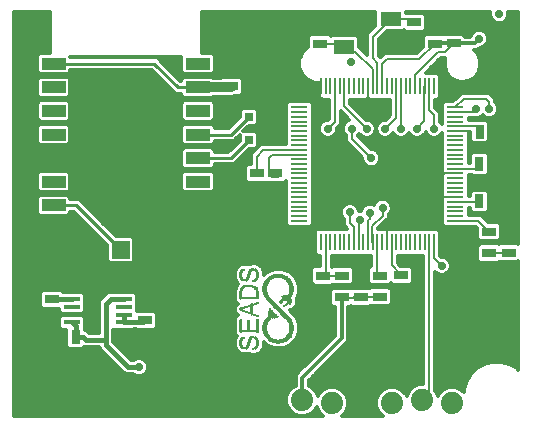
<source format=gtl>
G75*
%MOIN*%
%OFA0B0*%
%FSLAX24Y24*%
%IPPOS*%
%LPD*%
%AMOC8*
5,1,8,0,0,1.08239X$1,22.5*
%
%ADD10R,0.0011X0.0069*%
%ADD11R,0.0011X0.0080*%
%ADD12R,0.0011X0.0218*%
%ADD13R,0.0011X0.0310*%
%ADD14R,0.0011X0.0380*%
%ADD15R,0.0012X0.0425*%
%ADD16R,0.0011X0.0471*%
%ADD17R,0.0011X0.0517*%
%ADD18R,0.0011X0.0092*%
%ADD19R,0.0011X0.0563*%
%ADD20R,0.0011X0.0161*%
%ADD21R,0.0011X0.0586*%
%ADD22R,0.0011X0.0782*%
%ADD23R,0.0012X0.0816*%
%ADD24R,0.0011X0.0655*%
%ADD25R,0.0011X0.0851*%
%ADD26R,0.0011X0.0678*%
%ADD27R,0.0011X0.0862*%
%ADD28R,0.0011X0.0288*%
%ADD29R,0.0011X0.0448*%
%ADD30R,0.0011X0.0241*%
%ADD31R,0.0011X0.0253*%
%ADD32R,0.0011X0.0391*%
%ADD33R,0.0012X0.0230*%
%ADD34R,0.0012X0.0345*%
%ADD35R,0.0011X0.0207*%
%ADD36R,0.0011X0.0207*%
%ADD37R,0.0011X0.0299*%
%ADD38R,0.0011X0.0195*%
%ADD39R,0.0011X0.0184*%
%ADD40R,0.0012X0.0173*%
%ADD41R,0.0012X0.0195*%
%ADD42R,0.0012X0.0322*%
%ADD43R,0.0012X0.0184*%
%ADD44R,0.0011X0.0173*%
%ADD45R,0.0011X0.0230*%
%ADD46R,0.0011X0.0184*%
%ADD47R,0.0011X0.0092*%
%ADD48R,0.0012X0.0161*%
%ADD49R,0.0012X0.0092*%
%ADD50R,0.0011X0.0149*%
%ADD51R,0.0011X0.0150*%
%ADD52R,0.0011X0.0069*%
%ADD53R,0.0011X0.0046*%
%ADD54R,0.0012X0.0149*%
%ADD55R,0.0012X0.0023*%
%ADD56R,0.0012X0.0138*%
%ADD57R,0.0011X0.0138*%
%ADD58R,0.0011X0.0103*%
%ADD59R,0.0011X0.0057*%
%ADD60R,0.0011X0.0035*%
%ADD61R,0.0012X0.0103*%
%ADD62R,0.0012X0.0011*%
%ADD63R,0.0012X0.0127*%
%ADD64R,0.0012X0.0057*%
%ADD65R,0.0011X0.0127*%
%ADD66R,0.0011X0.0011*%
%ADD67R,0.0011X0.0023*%
%ADD68R,0.0012X0.0092*%
%ADD69R,0.0011X0.0115*%
%ADD70R,0.0011X0.0126*%
%ADD71R,0.0012X0.0126*%
%ADD72R,0.0011X0.0265*%
%ADD73R,0.0012X0.0150*%
%ADD74R,0.0012X0.0276*%
%ADD75R,0.0011X0.0322*%
%ADD76R,0.0011X0.0345*%
%ADD77R,0.0011X0.0368*%
%ADD78R,0.0012X0.0368*%
%ADD79R,0.0011X0.0379*%
%ADD80R,0.0012X0.0207*%
%ADD81R,0.0012X0.0207*%
%ADD82R,0.0012X0.0678*%
%ADD83R,0.0011X0.0621*%
%ADD84R,0.0011X0.0552*%
%ADD85R,0.0011X0.0552*%
%ADD86R,0.0012X0.0517*%
%ADD87R,0.0011X0.0425*%
%ADD88R,0.0012X0.0218*%
%ADD89R,0.0011X0.0437*%
%ADD90R,0.0012X0.0437*%
%ADD91R,0.0012X0.0080*%
%ADD92R,0.0012X0.0333*%
%ADD93R,0.0011X0.0356*%
%ADD94R,0.0011X0.0403*%
%ADD95R,0.0012X0.0115*%
%ADD96R,0.0012X0.0069*%
%ADD97R,0.0012X0.0391*%
%ADD98R,0.0011X0.0264*%
%ADD99R,0.0012X0.0288*%
%ADD100R,0.0012X0.0403*%
%ADD101R,0.0011X0.0299*%
%ADD102R,0.0011X0.0276*%
%ADD103R,0.0012X0.0069*%
%ADD104R,0.0011X0.0414*%
%ADD105R,0.0011X0.0333*%
%ADD106R,0.0011X0.0322*%
%ADD107R,0.0090X0.0580*%
%ADD108R,0.0580X0.0090*%
%ADD109R,0.0472X0.0315*%
%ADD110R,0.0315X0.0472*%
%ADD111C,0.0740*%
%ADD112R,0.0709X0.0472*%
%ADD113R,0.0540X0.0180*%
%ADD114R,0.0787X0.0394*%
%ADD115C,0.0120*%
%ADD116C,0.0280*%
%ADD117C,0.0080*%
%ADD118R,0.0591X0.0591*%
%ADD119R,0.0280X0.0280*%
%ADD120C,0.0160*%
%ADD121C,0.0320*%
%ADD122C,0.0100*%
%ADD123C,0.0010*%
D10*
X008873Y003227D03*
X009138Y002859D03*
X010518Y003549D03*
X008965Y004262D03*
X008931Y004250D03*
X008896Y004239D03*
X008827Y004216D03*
X008839Y004124D03*
X009138Y005124D03*
X009172Y005124D03*
D11*
X009161Y005118D03*
X009184Y005130D03*
X009195Y005130D03*
X009138Y004946D03*
X009126Y004946D03*
X009103Y004957D03*
X009080Y004957D03*
X009069Y004957D03*
X009057Y004957D03*
X009046Y004957D03*
X009023Y004957D03*
X009011Y004957D03*
X009000Y004957D03*
X008988Y004957D03*
X008965Y004957D03*
X008954Y004957D03*
X008908Y004946D03*
X008885Y004934D03*
X008885Y005141D03*
X008896Y005141D03*
X008873Y005141D03*
X008850Y005153D03*
X008839Y005153D03*
X008827Y005475D03*
X008850Y005486D03*
X008873Y005486D03*
X008885Y005486D03*
X009126Y005498D03*
X009138Y005498D03*
X009195Y005498D03*
X009218Y005498D03*
X009172Y004934D03*
X009161Y004934D03*
X009195Y004923D03*
X009195Y004555D03*
X009184Y004555D03*
X009172Y004555D03*
X009161Y004555D03*
X009138Y004555D03*
X009126Y004555D03*
X009115Y004555D03*
X009103Y004555D03*
X009080Y004555D03*
X009069Y004555D03*
X009057Y004555D03*
X009046Y004555D03*
X009023Y004555D03*
X009011Y004555D03*
X009000Y004555D03*
X008988Y004555D03*
X008965Y004555D03*
X008954Y004555D03*
X008942Y004555D03*
X008931Y004555D03*
X008908Y004555D03*
X008896Y004555D03*
X008885Y004555D03*
X008873Y004555D03*
X008850Y004555D03*
X008839Y004555D03*
X008827Y004555D03*
X008816Y004555D03*
X008908Y004244D03*
X008885Y004233D03*
X008873Y004233D03*
X008850Y004221D03*
X008839Y004221D03*
X008827Y004129D03*
X008850Y004118D03*
X008873Y004106D03*
X008885Y004106D03*
X008896Y004106D03*
X008908Y004095D03*
X008931Y004095D03*
X008942Y004083D03*
X008954Y004083D03*
X008965Y004083D03*
X008988Y004072D03*
X009000Y004060D03*
X009011Y004060D03*
X009023Y004060D03*
X009046Y004049D03*
X009057Y004049D03*
X009069Y004037D03*
X009080Y004037D03*
X009172Y004003D03*
X009184Y004003D03*
X009195Y003991D03*
X009218Y003991D03*
X009230Y003980D03*
X009241Y003980D03*
X009276Y003968D03*
X009299Y003957D03*
X009310Y003957D03*
X009333Y003945D03*
X009161Y004325D03*
X009172Y004336D03*
X009184Y004336D03*
X009195Y004336D03*
X009218Y004348D03*
X009241Y004359D03*
X009253Y004359D03*
X009276Y004371D03*
X009287Y004371D03*
X009310Y004382D03*
X009253Y004555D03*
X009241Y004555D03*
X009230Y004555D03*
X009218Y004555D03*
X009080Y004302D03*
X009069Y004302D03*
X009057Y004290D03*
X009046Y004290D03*
X009023Y004279D03*
X009011Y004279D03*
X009000Y004279D03*
X008988Y004267D03*
X008954Y004256D03*
X008942Y004256D03*
X008724Y004175D03*
X008816Y003451D03*
X008827Y003451D03*
X008839Y003451D03*
X008850Y003451D03*
X008873Y003451D03*
X008885Y003451D03*
X008896Y003451D03*
X008908Y003451D03*
X008931Y003451D03*
X008942Y003451D03*
X008954Y003451D03*
X008965Y003451D03*
X009069Y003451D03*
X009080Y003451D03*
X009103Y003451D03*
X009115Y003451D03*
X009126Y003451D03*
X009138Y003451D03*
X009161Y003451D03*
X009172Y003451D03*
X009184Y003451D03*
X009195Y003451D03*
X009218Y003451D03*
X009230Y003451D03*
X009241Y003451D03*
X009253Y003451D03*
X009195Y003244D03*
X009184Y003244D03*
X009172Y003244D03*
X009161Y003244D03*
X009218Y003232D03*
X008896Y003232D03*
X008885Y003232D03*
X008850Y003221D03*
X008850Y002887D03*
X008839Y002887D03*
X008873Y002887D03*
X009161Y002864D03*
X009172Y002864D03*
X009184Y002864D03*
X009195Y002864D03*
X009218Y002876D03*
X009966Y003934D03*
X010081Y004417D03*
X010161Y004589D03*
X010518Y004842D03*
D12*
X010506Y004842D03*
X010345Y005118D03*
X010276Y004543D03*
X009655Y004566D03*
X009655Y005118D03*
X009333Y005314D03*
X008988Y005245D03*
X009851Y003980D03*
X009655Y003830D03*
X009655Y003278D03*
X008988Y002979D03*
X010345Y003278D03*
X010506Y003554D03*
X010345Y003830D03*
D13*
X010495Y003554D03*
X010311Y004486D03*
X010345Y004520D03*
X010495Y004842D03*
X009506Y004842D03*
X009310Y005314D03*
X008758Y005314D03*
D14*
X008770Y004704D03*
X009299Y004704D03*
X010483Y004842D03*
X010483Y003554D03*
D15*
X010472Y003554D03*
X010472Y004842D03*
D16*
X010460Y004842D03*
X009540Y004842D03*
X009540Y003554D03*
X010460Y003554D03*
D17*
X010449Y003554D03*
X010449Y004842D03*
D18*
X010449Y004457D03*
X010288Y004354D03*
X010276Y004342D03*
X010265Y004331D03*
X010230Y004296D03*
X010219Y004285D03*
X009333Y004388D03*
X009230Y004354D03*
X009161Y004009D03*
X008735Y004170D03*
X008850Y004917D03*
X008873Y004929D03*
X008908Y005147D03*
X008827Y005159D03*
X008839Y005481D03*
X009115Y005492D03*
X009161Y005504D03*
X009172Y005504D03*
X009184Y005504D03*
X009230Y005492D03*
X009241Y005481D03*
X009230Y005147D03*
X009218Y005136D03*
X009184Y004929D03*
X009218Y004906D03*
X009138Y003238D03*
X009126Y003238D03*
X008816Y003204D03*
X008816Y002905D03*
X008827Y002893D03*
X008931Y002893D03*
D19*
X010437Y003554D03*
X010437Y004842D03*
D20*
X010207Y004561D03*
X010437Y004457D03*
X009908Y003951D03*
X009736Y003192D03*
X009747Y003181D03*
X009759Y003169D03*
X009770Y003169D03*
X010219Y003158D03*
X010230Y003169D03*
X010253Y003181D03*
X010265Y003192D03*
X009276Y003169D03*
X009276Y002939D03*
X008816Y004170D03*
X009276Y005205D03*
X009736Y005205D03*
X009747Y005216D03*
X009759Y005216D03*
X009770Y005228D03*
X009793Y005239D03*
X010230Y005228D03*
X010253Y005216D03*
X010265Y005205D03*
D21*
X009575Y004842D03*
X009575Y003554D03*
X010426Y003554D03*
D22*
X010426Y004745D03*
D23*
X010414Y004739D03*
D24*
X009598Y004842D03*
X009598Y003554D03*
X010403Y003554D03*
D25*
X010403Y004745D03*
D26*
X010391Y003554D03*
D27*
X010391Y004750D03*
D28*
X010380Y005049D03*
X009621Y004635D03*
X010380Y003761D03*
X010380Y003347D03*
X009621Y003347D03*
X009023Y003060D03*
X009011Y003037D03*
D29*
X010380Y004555D03*
D30*
X009816Y004003D03*
X010368Y003313D03*
X008735Y005314D03*
D31*
X009000Y005274D03*
X009632Y005078D03*
X009632Y004607D03*
X009805Y004009D03*
X009632Y003790D03*
X009632Y003319D03*
X009000Y003008D03*
X008735Y003054D03*
X010368Y003790D03*
X010368Y005078D03*
D32*
X010368Y004538D03*
X009287Y004710D03*
X008781Y004710D03*
X009138Y004170D03*
D33*
X009839Y003986D03*
X010357Y003813D03*
X010357Y003296D03*
X010357Y005101D03*
D34*
X010357Y004526D03*
X009092Y004170D03*
X008747Y004687D03*
D35*
X010334Y005136D03*
X010334Y003261D03*
D36*
X010334Y003848D03*
X009862Y003974D03*
X009678Y003859D03*
X010265Y004549D03*
D37*
X010322Y004492D03*
X010334Y004503D03*
X009770Y004020D03*
X009621Y003756D03*
X009506Y003549D03*
X009333Y004664D03*
X009621Y005044D03*
D38*
X009678Y005153D03*
X009678Y004532D03*
X009690Y004520D03*
X009805Y004394D03*
X009816Y004382D03*
X009828Y004371D03*
X009851Y004348D03*
X009862Y004336D03*
X009874Y004325D03*
X009885Y004313D03*
X009908Y004290D03*
X009920Y004279D03*
X009931Y004267D03*
X009943Y004256D03*
X009966Y004233D03*
X009977Y004221D03*
X009989Y004210D03*
X010000Y004198D03*
X010023Y004175D03*
X010035Y004164D03*
X010046Y004152D03*
X010058Y004141D03*
X010081Y004118D03*
X009874Y003968D03*
X009690Y003876D03*
X010311Y003876D03*
X010322Y003865D03*
X010322Y003244D03*
X010311Y003232D03*
X009690Y003232D03*
X009678Y003244D03*
X008724Y003048D03*
X010253Y004555D03*
X010322Y005153D03*
X008724Y005314D03*
D39*
X009690Y005159D03*
X009701Y005170D03*
X010311Y005159D03*
X010173Y004538D03*
X009793Y004411D03*
X009770Y004434D03*
X009759Y004446D03*
X009736Y004469D03*
X009713Y004492D03*
X009701Y004503D03*
X010092Y004101D03*
X010104Y004089D03*
X010115Y004078D03*
X010150Y004043D03*
X010161Y004032D03*
X010173Y004020D03*
X010207Y003986D03*
X010219Y003974D03*
X010230Y003963D03*
X010265Y003928D03*
X010276Y003917D03*
X010288Y003905D03*
X009885Y003963D03*
X009069Y003169D03*
D40*
X009724Y003198D03*
X010299Y003221D03*
X009897Y003957D03*
X010184Y004543D03*
D41*
X009897Y004302D03*
X009954Y004244D03*
X010012Y004187D03*
X010069Y004129D03*
X010299Y003888D03*
X009839Y004359D03*
D42*
X010299Y004480D03*
D43*
X010242Y004561D03*
X009782Y004423D03*
X009724Y004480D03*
X010127Y004066D03*
X010184Y004009D03*
X010242Y003951D03*
X008977Y002951D03*
X008977Y005216D03*
X010299Y005170D03*
D44*
X010288Y005187D03*
X010276Y005199D03*
X009713Y005187D03*
X009276Y005429D03*
X009069Y005429D03*
X010196Y004555D03*
X010230Y004566D03*
X010288Y003209D03*
X010276Y003198D03*
X009713Y003209D03*
X009701Y003221D03*
D45*
X009644Y003296D03*
X009333Y003054D03*
X009057Y003135D03*
X009644Y003813D03*
X009828Y003997D03*
X009644Y004584D03*
X010288Y004538D03*
X009644Y005101D03*
X009057Y005400D03*
D46*
X009747Y004457D03*
X010138Y004055D03*
X010196Y003997D03*
X010253Y003940D03*
D47*
X010253Y004319D03*
X009299Y004377D03*
X009253Y003974D03*
X009287Y003963D03*
X009230Y003227D03*
X009115Y003227D03*
X008839Y003215D03*
X008827Y003215D03*
X008885Y002882D03*
X008896Y002882D03*
X008908Y002882D03*
X009230Y002882D03*
X009115Y004952D03*
X008942Y004952D03*
X008931Y004952D03*
X008896Y004940D03*
X008816Y005170D03*
X008816Y005469D03*
D48*
X009264Y004848D03*
X009724Y005193D03*
X010242Y005216D03*
X010242Y003169D03*
D49*
X009207Y002870D03*
X010242Y004308D03*
X009264Y004365D03*
D50*
X010219Y004566D03*
X010173Y005256D03*
X009828Y005256D03*
X009345Y005314D03*
X009816Y003140D03*
X009851Y003129D03*
D51*
X009805Y003152D03*
X009793Y003152D03*
X010196Y003152D03*
X010207Y003152D03*
X009345Y003048D03*
X008965Y002933D03*
X008965Y005187D03*
X009805Y005245D03*
X010196Y005245D03*
X010207Y005245D03*
X010219Y005233D03*
D52*
X010207Y004285D03*
X008896Y005492D03*
D53*
X010196Y004285D03*
X009989Y003928D03*
D54*
X010184Y003140D03*
X008804Y004175D03*
D55*
X010184Y004285D03*
D56*
X010184Y005251D03*
X010127Y005274D03*
X010069Y005285D03*
X009839Y005262D03*
X009839Y003135D03*
X009897Y003112D03*
X009954Y003100D03*
X010012Y003100D03*
X010127Y003123D03*
D57*
X010138Y003123D03*
X010150Y003123D03*
X010161Y003135D03*
X010173Y003135D03*
X010115Y003112D03*
X010104Y003112D03*
X010092Y003112D03*
X010081Y003112D03*
X010046Y003100D03*
X010035Y003100D03*
X010023Y003100D03*
X010000Y003100D03*
X009989Y003100D03*
X009977Y003100D03*
X009966Y003100D03*
X009920Y003112D03*
X009908Y003112D03*
X009885Y003112D03*
X009874Y003123D03*
X009862Y003123D03*
X009828Y003135D03*
X009080Y003192D03*
X009920Y003951D03*
X009690Y004066D03*
X008793Y004170D03*
X008781Y004170D03*
X009816Y005251D03*
X009851Y005262D03*
X009862Y005274D03*
X009874Y005274D03*
X009885Y005274D03*
X009908Y005285D03*
X009920Y005285D03*
X009931Y005285D03*
X009943Y005285D03*
X010058Y005285D03*
X010081Y005285D03*
X010092Y005285D03*
X010104Y005285D03*
X010115Y005274D03*
X010138Y005274D03*
X010150Y005262D03*
X010161Y005262D03*
X009080Y005458D03*
D58*
X009103Y005486D03*
X009253Y005475D03*
X009253Y005164D03*
X009241Y005153D03*
X008942Y005164D03*
X008931Y005153D03*
X008793Y005187D03*
X008839Y004911D03*
X008827Y004900D03*
X009230Y004900D03*
X009241Y004888D03*
X010092Y004417D03*
X010104Y004428D03*
X010115Y004440D03*
X010138Y004463D03*
X010150Y004474D03*
X010161Y004486D03*
X009241Y003221D03*
X009253Y003209D03*
X009103Y003221D03*
X009253Y002899D03*
X009241Y002887D03*
X008942Y002899D03*
D59*
X009977Y003934D03*
X009678Y004072D03*
X010150Y004589D03*
D60*
X010138Y004589D03*
X010058Y004417D03*
X009483Y004842D03*
X009483Y003554D03*
D61*
X008804Y003198D03*
X008804Y002910D03*
X010127Y004451D03*
X008804Y005176D03*
D62*
X010127Y004589D03*
D63*
X010012Y005291D03*
X009954Y005291D03*
X009264Y005176D03*
X010069Y003106D03*
D64*
X010069Y004417D03*
D65*
X010046Y005291D03*
X010035Y005291D03*
X010023Y005291D03*
X010000Y005291D03*
X009989Y005291D03*
X009977Y005291D03*
X009966Y005291D03*
X009943Y003106D03*
X009931Y003106D03*
X010058Y003106D03*
X008712Y003048D03*
D66*
X010046Y004417D03*
D67*
X010000Y003928D03*
D68*
X009954Y003940D03*
X009322Y003951D03*
X009207Y004917D03*
X008862Y004929D03*
X008919Y005147D03*
X009149Y005504D03*
D69*
X008954Y005170D03*
X008816Y004883D03*
X008758Y004170D03*
X008793Y003181D03*
X008793Y002928D03*
X009943Y003940D03*
D70*
X009931Y003945D03*
X009253Y004877D03*
X008712Y005314D03*
X008793Y005440D03*
X008770Y004175D03*
X008954Y002910D03*
D71*
X009264Y003198D03*
X008804Y004865D03*
X009897Y005279D03*
D72*
X008724Y004647D03*
X009793Y004014D03*
X009046Y003106D03*
D73*
X009782Y003163D03*
X009782Y005233D03*
D74*
X009322Y005320D03*
X009034Y005343D03*
X009782Y004020D03*
X009322Y003054D03*
D75*
X009310Y003054D03*
X008758Y003054D03*
X009759Y004020D03*
D76*
X009747Y004020D03*
X009299Y003054D03*
X008770Y003054D03*
X009299Y005320D03*
D77*
X009287Y005320D03*
X009517Y004837D03*
X008758Y004699D03*
X009103Y004170D03*
X009115Y004170D03*
X009701Y003974D03*
X009736Y004020D03*
X009517Y003549D03*
X009287Y003054D03*
D78*
X009724Y004009D03*
D79*
X009713Y003991D03*
X009126Y004164D03*
D80*
X009667Y003261D03*
X009667Y005136D03*
D81*
X009667Y004549D03*
X009667Y003848D03*
D82*
X009609Y003554D03*
X009609Y004842D03*
D83*
X009586Y004837D03*
X009586Y003549D03*
D84*
X009563Y003549D03*
D85*
X009563Y004837D03*
D86*
X009552Y004842D03*
X009552Y003554D03*
D87*
X009529Y003554D03*
X008724Y003623D03*
X009529Y004842D03*
D88*
X009494Y004842D03*
X009494Y003554D03*
D89*
X009333Y003629D03*
X009310Y003629D03*
X009299Y003629D03*
X009287Y003629D03*
X009276Y003629D03*
X008793Y003629D03*
X008781Y003629D03*
X008770Y003629D03*
X008758Y003629D03*
X008735Y003629D03*
D90*
X008747Y003629D03*
X009322Y003629D03*
D91*
X009264Y003451D03*
X009207Y003451D03*
X009149Y003451D03*
X009092Y003451D03*
X008977Y003451D03*
X008919Y003451D03*
X008862Y003451D03*
X008804Y003451D03*
X008862Y003221D03*
X009149Y003244D03*
X009207Y003232D03*
X008919Y002887D03*
X008862Y002887D03*
X009264Y003968D03*
X009207Y003991D03*
X009034Y004049D03*
X008977Y004072D03*
X008919Y004095D03*
X008862Y004118D03*
X008919Y004244D03*
X008977Y004267D03*
X009034Y004290D03*
X009207Y004348D03*
X009322Y004382D03*
X009264Y004555D03*
X009207Y004555D03*
X009149Y004555D03*
X009092Y004555D03*
X009034Y004555D03*
X008977Y004555D03*
X008919Y004555D03*
X008862Y004555D03*
X008804Y004555D03*
X008919Y004946D03*
X008977Y004957D03*
X009034Y004957D03*
X009092Y004957D03*
X009149Y004946D03*
X009149Y005118D03*
X009207Y005130D03*
X008862Y005141D03*
X008862Y005486D03*
X009207Y005498D03*
D92*
X009322Y004681D03*
D93*
X009310Y004693D03*
X008781Y005314D03*
X008781Y003060D03*
D94*
X008988Y003612D03*
X009000Y003612D03*
X009011Y003612D03*
X009023Y003612D03*
X009046Y003612D03*
X009057Y003612D03*
X009276Y004716D03*
D95*
X008747Y004170D03*
X009092Y003215D03*
X009264Y002916D03*
X009264Y005458D03*
X009092Y005469D03*
X008804Y005458D03*
D96*
X009149Y002859D03*
D97*
X009149Y004170D03*
D98*
X009046Y005371D03*
D99*
X008747Y005314D03*
X009034Y003083D03*
X008747Y003048D03*
D100*
X009034Y003612D03*
D101*
X009023Y005320D03*
D102*
X009011Y005297D03*
D103*
X008862Y004227D03*
D104*
X008793Y004722D03*
D105*
X008770Y005314D03*
D106*
X008735Y004676D03*
D107*
X011404Y006416D03*
X011564Y006416D03*
X011724Y006416D03*
X011874Y006416D03*
X012034Y006416D03*
X012194Y006416D03*
X012354Y006416D03*
X012504Y006416D03*
X012664Y006416D03*
X012824Y006416D03*
X012984Y006416D03*
X013134Y006416D03*
X013294Y006416D03*
X013454Y006416D03*
X013604Y006416D03*
X013764Y006416D03*
X013924Y006416D03*
X014084Y006416D03*
X014234Y006416D03*
X014394Y006416D03*
X014554Y006416D03*
X014714Y006416D03*
X014864Y006416D03*
X015024Y006416D03*
X015184Y006416D03*
X015184Y011616D03*
X015024Y011616D03*
X014864Y011616D03*
X014714Y011616D03*
X014554Y011616D03*
X014394Y011616D03*
X014234Y011616D03*
X014084Y011616D03*
X013924Y011616D03*
X013764Y011616D03*
X013604Y011616D03*
X013454Y011616D03*
X013294Y011616D03*
X013134Y011616D03*
X012984Y011616D03*
X012824Y011616D03*
X012664Y011616D03*
X012504Y011616D03*
X012354Y011616D03*
X012194Y011616D03*
X012034Y011616D03*
X011874Y011616D03*
X011724Y011616D03*
X011564Y011616D03*
X011404Y011616D03*
D108*
X010694Y010906D03*
X010694Y010746D03*
X010694Y010586D03*
X010694Y010436D03*
X010694Y010276D03*
X010694Y010116D03*
X010694Y009956D03*
X010694Y009806D03*
X010694Y009646D03*
X010694Y009486D03*
X010694Y009326D03*
X010694Y009176D03*
X010694Y009016D03*
X010694Y008856D03*
X010694Y008706D03*
X010694Y008546D03*
X010694Y008386D03*
X010694Y008226D03*
X010694Y008076D03*
X010694Y007916D03*
X010694Y007756D03*
X010694Y007596D03*
X010694Y007446D03*
X010694Y007286D03*
X010694Y007126D03*
X015894Y007126D03*
X015894Y007286D03*
X015894Y007446D03*
X015894Y007596D03*
X015894Y007756D03*
X015894Y007916D03*
X015894Y008076D03*
X015894Y008226D03*
X015894Y008386D03*
X015894Y008546D03*
X015894Y008706D03*
X015894Y008856D03*
X015894Y009016D03*
X015894Y009176D03*
X015894Y009326D03*
X015894Y009486D03*
X015894Y009646D03*
X015894Y009806D03*
X015894Y009956D03*
X015894Y010116D03*
X015894Y010276D03*
X015894Y010436D03*
X015894Y010586D03*
X015894Y010746D03*
X015894Y010906D03*
D109*
X015831Y013037D03*
X015200Y013036D03*
X014528Y013034D03*
X014528Y013743D03*
X015200Y013745D03*
X015831Y013746D03*
X011379Y013743D03*
X011379Y013034D03*
X008414Y012325D03*
X008414Y011617D03*
X009264Y008711D03*
X009871Y008712D03*
X009871Y008004D03*
X009264Y008003D03*
X011484Y005287D03*
X012105Y005292D03*
X012739Y005294D03*
X013376Y005303D03*
X014091Y005319D03*
X014091Y004610D03*
X013376Y004594D03*
X012739Y004585D03*
X012105Y004583D03*
X011484Y004578D03*
X017016Y006054D03*
X017670Y006067D03*
X017670Y006776D03*
X017016Y006762D03*
X005556Y004518D03*
X005556Y003810D03*
X002445Y003810D03*
X002445Y004518D03*
D110*
X002524Y003258D03*
X003233Y003258D03*
X016694Y007772D03*
X017403Y007772D03*
X017398Y009026D03*
X016689Y009026D03*
X016704Y010103D03*
X017413Y010103D03*
D111*
X015788Y001052D03*
X014788Y001152D03*
X013788Y001052D03*
X012788Y001152D03*
X011788Y001052D03*
X010788Y001152D03*
D112*
X012166Y012916D03*
X012166Y013861D03*
X013741Y013861D03*
X013741Y012916D03*
D113*
X004841Y004505D03*
X004841Y004255D03*
X004841Y003995D03*
X004841Y003745D03*
X003121Y003745D03*
X003121Y003995D03*
X003121Y004255D03*
X003121Y004505D03*
D114*
X002508Y007640D03*
X002508Y008428D03*
X002508Y009215D03*
X002508Y010003D03*
X002508Y010790D03*
X002508Y011577D03*
X002508Y012365D03*
X007312Y012365D03*
X007312Y011577D03*
X007312Y010790D03*
X007312Y010003D03*
X007312Y009215D03*
X007312Y008428D03*
X007312Y007640D03*
D115*
X001197Y014070D02*
X001197Y000620D01*
X011471Y000620D01*
X011339Y000752D01*
X011267Y000924D01*
X011237Y000852D01*
X011088Y000703D01*
X010893Y000622D01*
X010683Y000622D01*
X010488Y000703D01*
X010339Y000852D01*
X010258Y001047D01*
X010258Y001258D01*
X010339Y001452D01*
X010488Y001601D01*
X010568Y001635D01*
X010568Y001983D01*
X010697Y002112D01*
X011885Y003300D01*
X011885Y004266D01*
X011802Y004266D01*
X011709Y004359D01*
X011709Y004807D01*
X011802Y004901D01*
X012407Y004901D01*
X012421Y004887D01*
X012436Y004903D01*
X013041Y004903D01*
X013053Y004891D01*
X013073Y004912D01*
X013678Y004912D01*
X013772Y004818D01*
X013772Y004371D01*
X013678Y004277D01*
X013073Y004277D01*
X013062Y004288D01*
X013041Y004268D01*
X012436Y004268D01*
X012423Y004281D01*
X012407Y004266D01*
X012325Y004266D01*
X012325Y003118D01*
X011008Y001801D01*
X011008Y001635D01*
X011088Y001601D01*
X011237Y001452D01*
X011309Y001280D01*
X011339Y001352D01*
X011488Y001501D01*
X011683Y001582D01*
X011893Y001582D01*
X012088Y001501D01*
X012237Y001352D01*
X012318Y001158D01*
X012318Y000947D01*
X012237Y000752D01*
X012105Y000620D01*
X013471Y000620D01*
X013339Y000752D01*
X013258Y000947D01*
X013258Y001158D01*
X013339Y001352D01*
X013488Y001501D01*
X013683Y001582D01*
X013893Y001582D01*
X014088Y001501D01*
X014237Y001352D01*
X014267Y001280D01*
X014339Y001452D01*
X014488Y001601D01*
X014683Y001682D01*
X014824Y001682D01*
X014824Y005966D01*
X013964Y005966D01*
X013964Y005728D01*
X014056Y005636D01*
X014393Y005636D01*
X014487Y005543D01*
X014487Y005095D01*
X014393Y005001D01*
X013788Y005001D01*
X013741Y005048D01*
X013678Y004986D01*
X013073Y004986D01*
X012979Y005079D01*
X012979Y005527D01*
X013073Y005620D01*
X013094Y005620D01*
X013094Y005966D01*
X011764Y005966D01*
X011764Y005604D01*
X011786Y005604D01*
X011792Y005599D01*
X011802Y005609D01*
X012407Y005609D01*
X012501Y005516D01*
X012501Y005068D01*
X012407Y004974D01*
X011802Y004974D01*
X011797Y004980D01*
X011786Y004969D01*
X011181Y004969D01*
X011087Y005063D01*
X011087Y005511D01*
X011181Y005604D01*
X011364Y005604D01*
X011364Y005966D01*
X011293Y005966D01*
X011199Y006060D01*
X011199Y006773D01*
X011293Y006866D01*
X012283Y006866D01*
X012171Y006979D01*
X012171Y007184D01*
X012116Y007238D01*
X012071Y007348D01*
X012071Y007468D01*
X012116Y007578D01*
X012201Y007662D01*
X012311Y007708D01*
X012430Y007708D01*
X012541Y007662D01*
X012625Y007578D01*
X012671Y007468D01*
X012671Y007464D01*
X012754Y007464D01*
X012793Y007558D01*
X012878Y007643D01*
X012988Y007688D01*
X013107Y007688D01*
X013180Y007658D01*
X013211Y007732D01*
X013295Y007816D01*
X013405Y007862D01*
X013525Y007862D01*
X013635Y007816D01*
X013719Y007732D01*
X013765Y007621D01*
X013765Y007502D01*
X013719Y007392D01*
X013665Y007337D01*
X013665Y007215D01*
X013330Y006880D01*
X013330Y006866D01*
X013565Y006866D01*
X013609Y006823D01*
X013653Y006866D01*
X015295Y006866D01*
X015389Y006773D01*
X015389Y006060D01*
X015384Y006055D01*
X015384Y005965D01*
X015416Y005932D01*
X015493Y005932D01*
X015604Y005887D01*
X015688Y005802D01*
X015734Y005692D01*
X015734Y005573D01*
X015688Y005463D01*
X015604Y005378D01*
X015493Y005332D01*
X015374Y005332D01*
X015264Y005378D01*
X015224Y005418D01*
X015224Y001466D01*
X015237Y001452D01*
X015309Y001280D01*
X015339Y001352D01*
X015488Y001501D01*
X015683Y001582D01*
X015893Y001582D01*
X016088Y001501D01*
X016182Y001407D01*
X016182Y001485D01*
X016257Y001762D01*
X016400Y002010D01*
X016603Y002213D01*
X016852Y002357D01*
X017129Y002431D01*
X017416Y002431D01*
X017693Y002357D01*
X017941Y002213D01*
X017993Y002161D01*
X017993Y005771D01*
X017972Y005750D01*
X017367Y005750D01*
X017350Y005767D01*
X017319Y005736D01*
X016714Y005736D01*
X016620Y005830D01*
X016620Y006277D01*
X016714Y006371D01*
X017319Y006371D01*
X017336Y006354D01*
X017367Y006385D01*
X017972Y006385D01*
X017993Y006364D01*
X017993Y014070D01*
X017663Y014070D01*
X017663Y013959D01*
X017617Y013848D01*
X017533Y013764D01*
X017422Y013718D01*
X017303Y013718D01*
X017193Y013764D01*
X017108Y013848D01*
X017063Y013959D01*
X017063Y014070D01*
X014255Y014070D01*
X014255Y014061D01*
X014493Y014061D01*
X014493Y014060D01*
X014831Y014060D01*
X014924Y013966D01*
X014924Y013519D01*
X014831Y013425D01*
X014226Y013425D01*
X014174Y013477D01*
X014161Y013465D01*
X013627Y013465D01*
X013342Y013180D01*
X013342Y012629D01*
X013394Y012577D01*
X013423Y012605D01*
X013540Y012722D01*
X014603Y012722D01*
X014803Y012923D01*
X014803Y013260D01*
X014897Y013354D01*
X015502Y013354D01*
X015515Y013341D01*
X015529Y013354D01*
X016134Y013354D01*
X016227Y013261D01*
X016227Y013257D01*
X016396Y013257D01*
X016439Y013361D01*
X016524Y013446D01*
X016634Y013491D01*
X016753Y013491D01*
X016863Y013446D01*
X016948Y013361D01*
X016993Y013251D01*
X016993Y013132D01*
X016948Y013022D01*
X016863Y012937D01*
X016753Y012891D01*
X016705Y012891D01*
X016630Y012817D01*
X016523Y012817D01*
X016636Y012703D01*
X016727Y012484D01*
X017993Y012484D01*
X017993Y012366D02*
X016727Y012366D01*
X016727Y012484D02*
X016727Y012246D01*
X016636Y012026D01*
X016468Y011858D01*
X016248Y011767D01*
X016011Y011767D01*
X015791Y011858D01*
X015623Y012026D01*
X015532Y012246D01*
X015532Y012484D01*
X015324Y012484D01*
X015398Y012558D02*
X015563Y012558D01*
X015532Y012484D01*
X015532Y012366D02*
X015205Y012366D01*
X015087Y012247D02*
X015532Y012247D01*
X015580Y012129D02*
X014968Y012129D01*
X014906Y012066D02*
X015398Y012558D01*
X015200Y013036D02*
X015200Y013037D01*
X015831Y013037D01*
X016539Y013037D01*
X016693Y013191D01*
X016419Y013314D02*
X016174Y013314D01*
X016510Y013432D02*
X014837Y013432D01*
X014857Y013314D02*
X013476Y013314D01*
X013595Y013432D02*
X014219Y013432D01*
X014803Y013195D02*
X013358Y013195D01*
X013342Y013077D02*
X014803Y013077D01*
X014803Y012958D02*
X013342Y012958D01*
X013342Y012840D02*
X014720Y012840D01*
X014924Y013551D02*
X017993Y013551D01*
X017993Y013669D02*
X014924Y013669D01*
X014924Y013788D02*
X017169Y013788D01*
X017085Y013906D02*
X014924Y013906D01*
X014866Y014025D02*
X017063Y014025D01*
X017556Y013788D02*
X017993Y013788D01*
X017993Y013906D02*
X017641Y013906D01*
X017663Y014025D02*
X017993Y014025D01*
X017993Y013432D02*
X016877Y013432D01*
X016968Y013314D02*
X017993Y013314D01*
X017993Y013195D02*
X016993Y013195D01*
X016971Y013077D02*
X017993Y013077D01*
X017993Y012958D02*
X016884Y012958D01*
X016653Y012840D02*
X017993Y012840D01*
X017993Y012721D02*
X016619Y012721D01*
X016678Y012603D02*
X017993Y012603D01*
X017993Y012247D02*
X016727Y012247D01*
X016679Y012129D02*
X017993Y012129D01*
X017993Y012010D02*
X016620Y012010D01*
X016502Y011892D02*
X017993Y011892D01*
X017993Y011773D02*
X016263Y011773D01*
X015996Y011773D02*
X015389Y011773D01*
X015389Y011655D02*
X017993Y011655D01*
X017993Y011536D02*
X015389Y011536D01*
X015389Y011418D02*
X017993Y011418D01*
X017993Y011299D02*
X017101Y011299D01*
X017122Y011278D02*
X017005Y011395D01*
X016100Y011395D01*
X015816Y011111D01*
X015538Y011111D01*
X015444Y011018D01*
X015444Y010350D01*
X015436Y010369D01*
X015382Y010424D01*
X015382Y010739D01*
X015224Y010896D01*
X015224Y011166D01*
X015295Y011166D01*
X015389Y011260D01*
X015389Y011973D01*
X015295Y012066D01*
X014906Y012066D01*
X015351Y012010D02*
X015639Y012010D01*
X015757Y011892D02*
X015389Y011892D01*
X015389Y011299D02*
X016004Y011299D01*
X015885Y011181D02*
X015309Y011181D01*
X015224Y011062D02*
X015488Y011062D01*
X015444Y010944D02*
X015224Y010944D01*
X015296Y010825D02*
X015444Y010825D01*
X015444Y010707D02*
X015382Y010707D01*
X015382Y010588D02*
X015444Y010588D01*
X015444Y010470D02*
X015382Y010470D01*
X015444Y010351D02*
X015444Y010351D01*
X015444Y010048D02*
X015444Y008745D01*
X015488Y008701D01*
X015444Y008658D01*
X015444Y007965D01*
X015493Y007916D01*
X015444Y007868D01*
X015444Y007015D01*
X015538Y006921D01*
X016250Y006921D01*
X016255Y006926D01*
X016570Y006926D01*
X016620Y006876D01*
X016620Y006539D01*
X016714Y006445D01*
X017319Y006445D01*
X017413Y006539D01*
X017413Y006986D01*
X017319Y007080D01*
X016982Y007080D01*
X016735Y007326D01*
X016344Y007326D01*
X016344Y007556D01*
X016376Y007556D01*
X016376Y007470D01*
X016470Y007376D01*
X016918Y007376D01*
X017011Y007470D01*
X017011Y008075D01*
X016918Y008168D01*
X016470Y008168D01*
X016376Y008075D01*
X016376Y007956D01*
X016335Y007956D01*
X016344Y007965D01*
X016344Y008656D01*
X016438Y008656D01*
X016465Y008630D01*
X016913Y008630D01*
X017006Y008723D01*
X017006Y009328D01*
X016913Y009422D01*
X016465Y009422D01*
X016371Y009328D01*
X016371Y009056D01*
X016344Y009056D01*
X016344Y010068D01*
X016335Y010076D01*
X016386Y010076D01*
X016386Y009800D01*
X016480Y009706D01*
X016928Y009706D01*
X017021Y009800D01*
X017021Y010405D01*
X016928Y010499D01*
X016480Y010499D01*
X016458Y010476D01*
X016344Y010476D01*
X016344Y010546D01*
X016563Y010546D01*
X016570Y010553D01*
X016647Y010553D01*
X016757Y010599D01*
X016806Y010647D01*
X016854Y010599D01*
X016964Y010553D01*
X017084Y010553D01*
X017194Y010599D01*
X017279Y010683D01*
X017324Y010793D01*
X017324Y010913D01*
X017279Y011023D01*
X017224Y011077D01*
X017224Y011176D01*
X017122Y011278D01*
X017220Y011181D02*
X017993Y011181D01*
X017993Y011062D02*
X017239Y011062D01*
X017311Y010944D02*
X017993Y010944D01*
X017993Y010825D02*
X017324Y010825D01*
X017288Y010707D02*
X017993Y010707D01*
X017993Y010588D02*
X017169Y010588D01*
X016957Y010470D02*
X017993Y010470D01*
X017993Y010351D02*
X017021Y010351D01*
X017021Y010233D02*
X017993Y010233D01*
X017993Y010114D02*
X017021Y010114D01*
X017021Y009996D02*
X017993Y009996D01*
X017993Y009877D02*
X017021Y009877D01*
X016980Y009759D02*
X017993Y009759D01*
X017993Y009640D02*
X016344Y009640D01*
X016344Y009522D02*
X017993Y009522D01*
X017993Y009403D02*
X016932Y009403D01*
X017006Y009285D02*
X017993Y009285D01*
X017993Y009166D02*
X017006Y009166D01*
X017006Y009048D02*
X017993Y009048D01*
X017993Y008929D02*
X017006Y008929D01*
X017006Y008811D02*
X017993Y008811D01*
X017993Y008692D02*
X016975Y008692D01*
X016344Y008574D02*
X017993Y008574D01*
X017993Y008455D02*
X016344Y008455D01*
X016344Y008337D02*
X017993Y008337D01*
X017993Y008218D02*
X016344Y008218D01*
X016344Y008100D02*
X016401Y008100D01*
X016376Y007981D02*
X016344Y007981D01*
X016344Y007507D02*
X016376Y007507D01*
X016344Y007389D02*
X016457Y007389D01*
X016791Y007270D02*
X017993Y007270D01*
X017993Y007152D02*
X016910Y007152D01*
X016930Y007389D02*
X017993Y007389D01*
X017993Y007507D02*
X017011Y007507D01*
X017011Y007626D02*
X017993Y007626D01*
X017993Y007744D02*
X017011Y007744D01*
X017011Y007863D02*
X017993Y007863D01*
X017993Y007981D02*
X017011Y007981D01*
X016986Y008100D02*
X017993Y008100D01*
X017993Y007033D02*
X017366Y007033D01*
X017413Y006915D02*
X017993Y006915D01*
X017993Y006796D02*
X017413Y006796D01*
X017413Y006678D02*
X017993Y006678D01*
X017993Y006559D02*
X017413Y006559D01*
X017993Y006441D02*
X015389Y006441D01*
X015389Y006559D02*
X016620Y006559D01*
X016620Y006678D02*
X015389Y006678D01*
X015365Y006796D02*
X016620Y006796D01*
X016581Y006915D02*
X013365Y006915D01*
X013483Y007033D02*
X015444Y007033D01*
X015444Y007152D02*
X013602Y007152D01*
X013665Y007270D02*
X015444Y007270D01*
X015444Y007389D02*
X013716Y007389D01*
X013765Y007507D02*
X015444Y007507D01*
X015444Y007626D02*
X013763Y007626D01*
X013707Y007744D02*
X015444Y007744D01*
X015444Y007863D02*
X011144Y007863D01*
X011144Y007981D02*
X015444Y007981D01*
X015444Y008100D02*
X011144Y008100D01*
X011144Y008218D02*
X015444Y008218D01*
X015444Y008337D02*
X011144Y008337D01*
X011144Y008455D02*
X015444Y008455D01*
X015444Y008574D02*
X011144Y008574D01*
X011144Y008692D02*
X015478Y008692D01*
X015444Y008811D02*
X011144Y008811D01*
X011144Y008929D02*
X012992Y008929D01*
X013035Y008911D02*
X012925Y008957D01*
X012841Y009041D01*
X012795Y009152D01*
X012795Y009228D01*
X012241Y009782D01*
X012241Y009975D01*
X012187Y010029D01*
X012141Y010140D01*
X012141Y010259D01*
X012187Y010369D01*
X012272Y010454D01*
X012360Y010490D01*
X012074Y010776D01*
X012074Y010344D01*
X011946Y010217D01*
X011946Y010140D01*
X011901Y010029D01*
X011816Y009945D01*
X011706Y009899D01*
X011587Y009899D01*
X011476Y009945D01*
X011392Y010029D01*
X011346Y010140D01*
X011346Y010259D01*
X011392Y010369D01*
X011476Y010454D01*
X011587Y010499D01*
X011663Y010499D01*
X011674Y010510D01*
X011674Y011166D01*
X011453Y011166D01*
X011359Y011260D01*
X011359Y011728D01*
X011202Y011728D01*
X010967Y011825D01*
X010788Y012004D01*
X010691Y012238D01*
X010691Y012491D01*
X010788Y012726D01*
X010967Y012905D01*
X010982Y012911D01*
X010982Y013258D01*
X011076Y013351D01*
X011681Y013351D01*
X011733Y013300D01*
X011745Y013312D01*
X012587Y013312D01*
X012680Y013218D01*
X012680Y012921D01*
X012760Y012841D01*
X012942Y012659D01*
X012942Y013345D01*
X013226Y013629D01*
X013226Y014070D01*
X007432Y014070D01*
X007432Y012722D01*
X007772Y012722D01*
X007865Y012628D01*
X007865Y012102D01*
X007772Y012008D01*
X006852Y012008D01*
X006758Y012102D01*
X006758Y012598D01*
X003062Y012598D01*
X003062Y012575D01*
X005942Y012575D01*
X006729Y011787D01*
X006758Y011787D01*
X006758Y011840D01*
X006852Y011934D01*
X007772Y011934D01*
X007808Y011897D01*
X008075Y011897D01*
X008111Y011934D01*
X008716Y011934D01*
X008810Y011840D01*
X008810Y011393D01*
X008716Y011299D01*
X008642Y011299D01*
X011359Y011299D01*
X011359Y011418D02*
X008810Y011418D01*
X008810Y011536D02*
X011359Y011536D01*
X011359Y011655D02*
X008810Y011655D01*
X008810Y011773D02*
X011092Y011773D01*
X010900Y011892D02*
X008759Y011892D01*
X008642Y011299D02*
X008620Y011277D01*
X008526Y011277D01*
X008478Y011257D01*
X007808Y011257D01*
X007772Y011220D01*
X006852Y011220D01*
X006758Y011314D01*
X006758Y011367D01*
X006555Y011367D01*
X006432Y011490D01*
X005768Y012155D01*
X003062Y012155D01*
X003062Y012102D01*
X002968Y012008D01*
X002048Y012008D01*
X001955Y012102D01*
X001955Y012628D01*
X002048Y012722D01*
X002388Y012722D01*
X002388Y014070D01*
X001197Y014070D01*
X001197Y014025D02*
X002388Y014025D01*
X002388Y013906D02*
X001197Y013906D01*
X001197Y013788D02*
X002388Y013788D01*
X002388Y013669D02*
X001197Y013669D01*
X001197Y013551D02*
X002388Y013551D01*
X002388Y013432D02*
X001197Y013432D01*
X001197Y013314D02*
X002388Y013314D01*
X002388Y013195D02*
X001197Y013195D01*
X001197Y013077D02*
X002388Y013077D01*
X002388Y012958D02*
X001197Y012958D01*
X001197Y012840D02*
X002388Y012840D01*
X002048Y012721D02*
X001197Y012721D01*
X001197Y012603D02*
X001955Y012603D01*
X001955Y012484D02*
X001197Y012484D01*
X001197Y012366D02*
X001955Y012366D01*
X001955Y012247D02*
X001197Y012247D01*
X001197Y012129D02*
X001955Y012129D01*
X002046Y012010D02*
X001197Y012010D01*
X001197Y011892D02*
X002006Y011892D01*
X002048Y011934D02*
X001955Y011840D01*
X001955Y011314D01*
X002048Y011220D01*
X002968Y011220D01*
X003062Y011314D01*
X003062Y011840D01*
X002968Y011934D01*
X002048Y011934D01*
X001955Y011773D02*
X001197Y011773D01*
X001197Y011655D02*
X001955Y011655D01*
X001955Y011536D02*
X001197Y011536D01*
X001197Y011418D02*
X001955Y011418D01*
X001970Y011299D02*
X001197Y011299D01*
X001197Y011181D02*
X011438Y011181D01*
X011674Y011062D02*
X011099Y011062D01*
X011144Y011018D02*
X011050Y011111D01*
X010338Y011111D01*
X010244Y011018D01*
X010244Y009686D01*
X009401Y009686D01*
X009284Y009569D01*
X009181Y009466D01*
X009064Y009349D01*
X009064Y009029D01*
X008962Y009029D01*
X008868Y008935D01*
X008868Y008487D01*
X008962Y008394D01*
X009567Y008394D01*
X009568Y008395D01*
X009568Y008395D01*
X010173Y008395D01*
X010244Y008465D01*
X010244Y007015D01*
X010338Y006921D01*
X011050Y006921D01*
X011144Y007015D01*
X011144Y011018D01*
X011144Y010944D02*
X011674Y010944D01*
X011674Y010825D02*
X011144Y010825D01*
X011144Y010707D02*
X011674Y010707D01*
X011674Y010588D02*
X011144Y010588D01*
X011144Y010470D02*
X011514Y010470D01*
X011384Y010351D02*
X011144Y010351D01*
X011144Y010233D02*
X011346Y010233D01*
X011357Y010114D02*
X011144Y010114D01*
X011144Y009996D02*
X011426Y009996D01*
X011144Y009877D02*
X012241Y009877D01*
X012221Y009996D02*
X011867Y009996D01*
X011936Y010114D02*
X012152Y010114D01*
X012141Y010233D02*
X011962Y010233D01*
X012074Y010351D02*
X012180Y010351D01*
X012074Y010470D02*
X012310Y010470D01*
X012262Y010588D02*
X012074Y010588D01*
X012074Y010707D02*
X012144Y010707D01*
X012394Y011022D02*
X012394Y011166D01*
X012935Y011166D01*
X012979Y011210D01*
X013023Y011166D01*
X013724Y011166D01*
X013724Y010650D01*
X013573Y010499D01*
X013496Y010499D01*
X013386Y010454D01*
X013301Y010369D01*
X013256Y010259D01*
X013256Y010140D01*
X013301Y010029D01*
X013386Y009945D01*
X013496Y009899D01*
X013615Y009899D01*
X013726Y009945D01*
X013810Y010029D01*
X013821Y010057D01*
X013833Y010029D01*
X013917Y009945D01*
X014027Y009899D01*
X014147Y009899D01*
X014257Y009945D01*
X014341Y010029D01*
X014355Y010062D01*
X014368Y010029D01*
X014453Y009945D01*
X014563Y009899D01*
X014682Y009899D01*
X014793Y009945D01*
X014877Y010029D01*
X014902Y010090D01*
X014927Y010029D01*
X015012Y009945D01*
X015122Y009899D01*
X015241Y009899D01*
X015352Y009945D01*
X015436Y010029D01*
X015444Y010048D01*
X015444Y009996D02*
X015402Y009996D01*
X015444Y009877D02*
X012712Y009877D01*
X012764Y009945D02*
X012874Y009899D01*
X012993Y009899D01*
X013104Y009945D01*
X013188Y010029D01*
X013234Y010140D01*
X013234Y010259D01*
X013188Y010369D01*
X013104Y010454D01*
X012993Y010499D01*
X012916Y010499D01*
X012394Y011022D01*
X012394Y011062D02*
X013724Y011062D01*
X013724Y010944D02*
X012472Y010944D01*
X012591Y010825D02*
X013724Y010825D01*
X013724Y010707D02*
X012709Y010707D01*
X012828Y010588D02*
X013661Y010588D01*
X013424Y010470D02*
X013065Y010470D01*
X013196Y010351D02*
X013294Y010351D01*
X013256Y010233D02*
X013234Y010233D01*
X013223Y010114D02*
X013266Y010114D01*
X013335Y009996D02*
X013154Y009996D01*
X012764Y009945D02*
X012688Y010021D01*
X012641Y009975D01*
X012641Y009948D01*
X013078Y009511D01*
X013155Y009511D01*
X013265Y009466D01*
X013349Y009381D01*
X013395Y009271D01*
X013395Y009152D01*
X013349Y009041D01*
X013265Y008957D01*
X013155Y008911D01*
X013035Y008911D01*
X013198Y008929D02*
X015444Y008929D01*
X015444Y009048D02*
X013352Y009048D01*
X013395Y009166D02*
X015444Y009166D01*
X015444Y009285D02*
X013389Y009285D01*
X013327Y009403D02*
X015444Y009403D01*
X015444Y009522D02*
X013068Y009522D01*
X012949Y009640D02*
X015444Y009640D01*
X015444Y009759D02*
X012831Y009759D01*
X012713Y009996D02*
X012662Y009996D01*
X012265Y009759D02*
X011144Y009759D01*
X011144Y009640D02*
X012383Y009640D01*
X012502Y009522D02*
X011144Y009522D01*
X011144Y009403D02*
X012620Y009403D01*
X012739Y009285D02*
X011144Y009285D01*
X011144Y009166D02*
X012795Y009166D01*
X012838Y009048D02*
X011144Y009048D01*
X010244Y008455D02*
X010233Y008455D01*
X010244Y008337D02*
X007865Y008337D01*
X007865Y008455D02*
X008901Y008455D01*
X008868Y008574D02*
X007865Y008574D01*
X007865Y008691D02*
X007772Y008785D01*
X006852Y008785D01*
X006758Y008691D01*
X006758Y008165D01*
X006852Y008071D01*
X007772Y008071D01*
X007865Y008165D01*
X007865Y008691D01*
X007864Y008692D02*
X008868Y008692D01*
X008868Y008811D02*
X001197Y008811D01*
X001197Y008929D02*
X006781Y008929D01*
X006758Y008952D02*
X006852Y008858D01*
X007772Y008858D01*
X007865Y008952D01*
X007865Y009005D01*
X008501Y009005D01*
X008624Y009128D01*
X009001Y009506D01*
X009211Y009506D01*
X009304Y009599D01*
X009304Y010012D01*
X009211Y010106D01*
X008814Y010106D01*
X009001Y010293D01*
X009211Y010293D01*
X009304Y010387D01*
X009304Y010799D01*
X009211Y010893D01*
X008798Y010893D01*
X008704Y010799D01*
X008704Y010590D01*
X008327Y010213D01*
X007865Y010213D01*
X007865Y010266D01*
X007772Y010359D01*
X006852Y010359D01*
X006758Y010266D01*
X006758Y009739D01*
X006852Y009646D01*
X007772Y009646D01*
X007865Y009739D01*
X007865Y009793D01*
X008501Y009793D01*
X008704Y009996D01*
X008704Y009996D01*
X008704Y009803D01*
X008327Y009425D01*
X007865Y009425D01*
X007865Y009478D01*
X007772Y009572D01*
X006852Y009572D01*
X006758Y009478D01*
X006758Y008952D01*
X006758Y009048D02*
X001197Y009048D01*
X001197Y009166D02*
X006758Y009166D01*
X006758Y009285D02*
X001197Y009285D01*
X001197Y009403D02*
X006758Y009403D01*
X006801Y009522D02*
X001197Y009522D01*
X001197Y009640D02*
X008542Y009640D01*
X008660Y009759D02*
X007865Y009759D01*
X007822Y009522D02*
X008423Y009522D01*
X008662Y009166D02*
X009064Y009166D01*
X009064Y009048D02*
X008543Y009048D01*
X008780Y009285D02*
X009064Y009285D01*
X009118Y009403D02*
X008899Y009403D01*
X009181Y009466D02*
X009181Y009466D01*
X009227Y009522D02*
X009237Y009522D01*
X009284Y009569D02*
X009284Y009569D01*
X009304Y009640D02*
X009355Y009640D01*
X009304Y009759D02*
X010244Y009759D01*
X010244Y009877D02*
X009304Y009877D01*
X009304Y009996D02*
X010244Y009996D01*
X010244Y010114D02*
X008822Y010114D01*
X008941Y010233D02*
X010244Y010233D01*
X010244Y010351D02*
X009269Y010351D01*
X009304Y010470D02*
X010244Y010470D01*
X010244Y010588D02*
X009304Y010588D01*
X009304Y010707D02*
X010244Y010707D01*
X010244Y010825D02*
X009279Y010825D01*
X008730Y010825D02*
X007865Y010825D01*
X007865Y010707D02*
X008704Y010707D01*
X008702Y010588D02*
X007865Y010588D01*
X007865Y010527D02*
X007865Y011053D01*
X007772Y011147D01*
X006852Y011147D01*
X006758Y011053D01*
X006758Y010527D01*
X006852Y010433D01*
X007772Y010433D01*
X007865Y010527D01*
X007808Y010470D02*
X008584Y010470D01*
X008465Y010351D02*
X007780Y010351D01*
X007865Y010233D02*
X008347Y010233D01*
X008585Y009877D02*
X008704Y009877D01*
X008868Y008929D02*
X007842Y008929D01*
X007865Y008218D02*
X010244Y008218D01*
X010244Y008100D02*
X007800Y008100D01*
X006823Y008100D02*
X002997Y008100D01*
X002968Y008071D02*
X003062Y008165D01*
X003062Y008691D01*
X002968Y008785D01*
X002048Y008785D01*
X001955Y008691D01*
X001955Y008165D01*
X002048Y008071D01*
X002968Y008071D01*
X002968Y007997D02*
X003062Y007903D01*
X003062Y007850D01*
X003343Y007850D01*
X004578Y006615D01*
X005098Y006615D01*
X005192Y006522D01*
X005192Y005798D01*
X005098Y005705D01*
X004375Y005705D01*
X004281Y005798D01*
X004281Y006318D01*
X003169Y007430D01*
X003062Y007430D01*
X003062Y007377D01*
X002968Y007283D01*
X002048Y007283D01*
X001955Y007377D01*
X001955Y007903D01*
X002048Y007997D01*
X002968Y007997D01*
X002985Y007981D02*
X010244Y007981D01*
X010244Y007863D02*
X003062Y007863D01*
X003450Y007744D02*
X010244Y007744D01*
X010244Y007626D02*
X003568Y007626D01*
X003687Y007507D02*
X010244Y007507D01*
X010244Y007389D02*
X003805Y007389D01*
X003924Y007270D02*
X010244Y007270D01*
X010244Y007152D02*
X004042Y007152D01*
X004161Y007033D02*
X010244Y007033D01*
X011144Y007033D02*
X012171Y007033D01*
X012171Y007152D02*
X011144Y007152D01*
X011144Y007270D02*
X012103Y007270D01*
X012071Y007389D02*
X011144Y007389D01*
X011144Y007507D02*
X012087Y007507D01*
X012164Y007626D02*
X011144Y007626D01*
X011144Y007744D02*
X013223Y007744D01*
X012861Y007626D02*
X012577Y007626D01*
X012654Y007507D02*
X012772Y007507D01*
X012235Y006915D02*
X004279Y006915D01*
X004398Y006796D02*
X011222Y006796D01*
X011199Y006678D02*
X004516Y006678D01*
X004278Y006322D02*
X001197Y006322D01*
X001197Y006204D02*
X004281Y006204D01*
X004281Y006085D02*
X001197Y006085D01*
X001197Y005967D02*
X004281Y005967D01*
X004281Y005848D02*
X001197Y005848D01*
X001197Y005730D02*
X004350Y005730D01*
X005123Y005730D02*
X011364Y005730D01*
X011364Y005848D02*
X005192Y005848D01*
X005192Y005967D02*
X011292Y005967D01*
X011199Y006085D02*
X005192Y006085D01*
X005192Y006204D02*
X011199Y006204D01*
X011199Y006322D02*
X005192Y006322D01*
X005192Y006441D02*
X011199Y006441D01*
X011199Y006559D02*
X005155Y006559D01*
X004159Y006441D02*
X001197Y006441D01*
X001197Y006559D02*
X004041Y006559D01*
X003922Y006678D02*
X001197Y006678D01*
X001197Y006796D02*
X003804Y006796D01*
X003685Y006915D02*
X001197Y006915D01*
X001197Y007033D02*
X003567Y007033D01*
X003448Y007152D02*
X001197Y007152D01*
X001197Y007270D02*
X003330Y007270D01*
X003211Y007389D02*
X003062Y007389D01*
X001955Y007389D02*
X001197Y007389D01*
X001197Y007507D02*
X001955Y007507D01*
X001955Y007626D02*
X001197Y007626D01*
X001197Y007744D02*
X001955Y007744D01*
X001955Y007863D02*
X001197Y007863D01*
X001197Y007981D02*
X002032Y007981D01*
X002020Y008100D02*
X001197Y008100D01*
X001197Y008218D02*
X001955Y008218D01*
X001955Y008337D02*
X001197Y008337D01*
X001197Y008455D02*
X001955Y008455D01*
X001955Y008574D02*
X001197Y008574D01*
X001197Y008692D02*
X001956Y008692D01*
X003061Y008692D02*
X006759Y008692D01*
X006758Y008574D02*
X003062Y008574D01*
X003062Y008455D02*
X006758Y008455D01*
X006758Y008337D02*
X003062Y008337D01*
X003062Y008218D02*
X006758Y008218D01*
X006758Y009759D02*
X003062Y009759D01*
X003062Y009739D02*
X003062Y010266D01*
X002968Y010359D01*
X002048Y010359D01*
X001955Y010266D01*
X001955Y009739D01*
X002048Y009646D01*
X002968Y009646D01*
X003062Y009739D01*
X003062Y009877D02*
X006758Y009877D01*
X006758Y009996D02*
X003062Y009996D01*
X003062Y010114D02*
X006758Y010114D01*
X006758Y010233D02*
X003062Y010233D01*
X002977Y010351D02*
X006843Y010351D01*
X006815Y010470D02*
X003005Y010470D01*
X002968Y010433D02*
X003062Y010527D01*
X003062Y011053D01*
X002968Y011147D01*
X002048Y011147D01*
X001955Y011053D01*
X001955Y010527D01*
X002048Y010433D01*
X002968Y010433D01*
X003062Y010588D02*
X006758Y010588D01*
X006758Y010707D02*
X003062Y010707D01*
X003062Y010825D02*
X006758Y010825D01*
X006758Y010944D02*
X003062Y010944D01*
X003053Y011062D02*
X006767Y011062D01*
X006773Y011299D02*
X003047Y011299D01*
X003062Y011418D02*
X006505Y011418D01*
X006387Y011536D02*
X003062Y011536D01*
X003062Y011655D02*
X006268Y011655D01*
X006150Y011773D02*
X003062Y011773D01*
X003011Y011892D02*
X006031Y011892D01*
X005913Y012010D02*
X002971Y012010D01*
X003062Y012129D02*
X005794Y012129D01*
X006033Y012484D02*
X006758Y012484D01*
X006758Y012366D02*
X006151Y012366D01*
X006270Y012247D02*
X006758Y012247D01*
X006758Y012129D02*
X006388Y012129D01*
X006507Y012010D02*
X006849Y012010D01*
X006809Y011892D02*
X006625Y011892D01*
X007774Y012010D02*
X010786Y012010D01*
X010736Y012129D02*
X007865Y012129D01*
X007865Y012247D02*
X010691Y012247D01*
X010691Y012366D02*
X007865Y012366D01*
X007865Y012484D02*
X010691Y012484D01*
X010737Y012603D02*
X007865Y012603D01*
X007772Y012721D02*
X010786Y012721D01*
X010902Y012840D02*
X007432Y012840D01*
X007432Y012958D02*
X010982Y012958D01*
X010982Y013077D02*
X007432Y013077D01*
X007432Y013195D02*
X010982Y013195D01*
X011038Y013314D02*
X007432Y013314D01*
X007432Y013432D02*
X013029Y013432D01*
X012942Y013314D02*
X011719Y013314D01*
X012680Y013195D02*
X012942Y013195D01*
X012942Y013077D02*
X012680Y013077D01*
X012680Y012958D02*
X012942Y012958D01*
X012942Y012840D02*
X012761Y012840D01*
X012880Y012721D02*
X012942Y012721D01*
X013342Y012721D02*
X013539Y012721D01*
X013420Y012603D02*
X013368Y012603D01*
X013148Y013551D02*
X007432Y013551D01*
X007432Y013669D02*
X013226Y013669D01*
X013226Y013788D02*
X007432Y013788D01*
X007432Y013906D02*
X013226Y013906D01*
X013226Y014025D02*
X007432Y014025D01*
X007856Y011062D02*
X010288Y011062D01*
X010244Y010944D02*
X007865Y010944D01*
X012949Y011181D02*
X013008Y011181D01*
X013776Y009996D02*
X013867Y009996D01*
X014308Y009996D02*
X014402Y009996D01*
X014843Y009996D02*
X014961Y009996D01*
X016344Y009996D02*
X016386Y009996D01*
X016386Y009877D02*
X016344Y009877D01*
X016344Y009759D02*
X016428Y009759D01*
X016446Y009403D02*
X016344Y009403D01*
X016344Y009285D02*
X016371Y009285D01*
X016371Y009166D02*
X016344Y009166D01*
X016732Y010588D02*
X016880Y010588D01*
X016665Y006322D02*
X015389Y006322D01*
X015389Y006204D02*
X016620Y006204D01*
X016620Y006085D02*
X015389Y006085D01*
X015384Y005967D02*
X016620Y005967D01*
X016620Y005848D02*
X015642Y005848D01*
X015718Y005730D02*
X017993Y005730D01*
X017993Y005611D02*
X015734Y005611D01*
X015700Y005493D02*
X017993Y005493D01*
X017993Y005374D02*
X015594Y005374D01*
X015274Y005374D02*
X015224Y005374D01*
X015224Y005256D02*
X017993Y005256D01*
X017993Y005137D02*
X015224Y005137D01*
X015224Y005019D02*
X017993Y005019D01*
X017993Y004900D02*
X015224Y004900D01*
X015224Y004782D02*
X017993Y004782D01*
X017993Y004663D02*
X015224Y004663D01*
X015224Y004545D02*
X017993Y004545D01*
X017993Y004426D02*
X015224Y004426D01*
X015224Y004308D02*
X017993Y004308D01*
X017993Y004189D02*
X015224Y004189D01*
X015224Y004071D02*
X017993Y004071D01*
X017993Y003952D02*
X015224Y003952D01*
X015224Y003834D02*
X017993Y003834D01*
X017993Y003715D02*
X015224Y003715D01*
X015224Y003597D02*
X017993Y003597D01*
X017993Y003478D02*
X015224Y003478D01*
X015224Y003360D02*
X017993Y003360D01*
X017993Y003241D02*
X015224Y003241D01*
X015224Y003123D02*
X017993Y003123D01*
X017993Y003004D02*
X015224Y003004D01*
X015224Y002886D02*
X017993Y002886D01*
X017993Y002767D02*
X015224Y002767D01*
X015224Y002649D02*
X017993Y002649D01*
X017993Y002530D02*
X015224Y002530D01*
X015224Y002412D02*
X017056Y002412D01*
X016741Y002293D02*
X015224Y002293D01*
X015224Y002175D02*
X016564Y002175D01*
X016446Y002056D02*
X015224Y002056D01*
X015224Y001938D02*
X016358Y001938D01*
X016290Y001819D02*
X015224Y001819D01*
X015224Y001701D02*
X016240Y001701D01*
X016208Y001582D02*
X015894Y001582D01*
X015682Y001582D02*
X015224Y001582D01*
X015226Y001464D02*
X015450Y001464D01*
X015336Y001345D02*
X015282Y001345D01*
X014824Y001701D02*
X011008Y001701D01*
X011026Y001819D02*
X014824Y001819D01*
X014824Y001938D02*
X011144Y001938D01*
X011263Y002056D02*
X014824Y002056D01*
X014824Y002175D02*
X011381Y002175D01*
X011500Y002293D02*
X014824Y002293D01*
X014824Y002412D02*
X011618Y002412D01*
X011737Y002530D02*
X014824Y002530D01*
X014824Y002649D02*
X011855Y002649D01*
X011974Y002767D02*
X014824Y002767D01*
X014824Y002886D02*
X012092Y002886D01*
X012211Y003004D02*
X014824Y003004D01*
X014824Y003123D02*
X012325Y003123D01*
X012325Y003241D02*
X014824Y003241D01*
X014824Y003360D02*
X012325Y003360D01*
X012325Y003478D02*
X014824Y003478D01*
X014824Y003597D02*
X012325Y003597D01*
X012325Y003715D02*
X014824Y003715D01*
X014824Y003834D02*
X012325Y003834D01*
X012325Y003952D02*
X014824Y003952D01*
X014824Y004071D02*
X012325Y004071D01*
X012325Y004189D02*
X014824Y004189D01*
X014824Y004308D02*
X013709Y004308D01*
X013772Y004426D02*
X014824Y004426D01*
X014824Y004545D02*
X013772Y004545D01*
X013772Y004663D02*
X014824Y004663D01*
X014824Y004782D02*
X013772Y004782D01*
X013690Y004900D02*
X014824Y004900D01*
X014824Y005019D02*
X014410Y005019D01*
X014487Y005137D02*
X014824Y005137D01*
X014824Y005256D02*
X014487Y005256D01*
X014487Y005374D02*
X014824Y005374D01*
X014824Y005493D02*
X014487Y005493D01*
X014418Y005611D02*
X014824Y005611D01*
X014824Y005730D02*
X013964Y005730D01*
X013964Y005848D02*
X014824Y005848D01*
X013771Y005019D02*
X013711Y005019D01*
X013061Y004900D02*
X013044Y004900D01*
X013040Y005019D02*
X012451Y005019D01*
X012434Y004900D02*
X012408Y004900D01*
X012501Y005137D02*
X012979Y005137D01*
X012979Y005256D02*
X012501Y005256D01*
X012501Y005374D02*
X012979Y005374D01*
X012979Y005493D02*
X012501Y005493D01*
X013064Y005611D02*
X011764Y005611D01*
X011764Y005730D02*
X013094Y005730D01*
X013094Y005848D02*
X011764Y005848D01*
X011364Y005611D02*
X009412Y005611D01*
X009453Y005570D02*
X009359Y005664D01*
X009348Y005675D01*
X009336Y005675D01*
X009325Y005687D01*
X009313Y005687D01*
X009302Y005698D01*
X009267Y005698D01*
X009256Y005710D01*
X009077Y005710D01*
X009066Y005698D01*
X009043Y005698D01*
X009043Y005698D01*
X009031Y005698D01*
X009020Y005687D01*
X009020Y005687D01*
X009020Y005687D01*
X009008Y005687D01*
X008997Y005675D01*
X008985Y005675D01*
X008982Y005672D01*
X008968Y005687D01*
X008767Y005687D01*
X008755Y005675D01*
X008732Y005675D01*
X008675Y005618D01*
X008675Y005618D01*
X008581Y005524D01*
X008581Y005512D01*
X008569Y005501D01*
X008569Y005489D01*
X008558Y005478D01*
X008558Y005455D01*
X008546Y005443D01*
X008546Y005184D01*
X008558Y005173D01*
X008558Y005150D01*
X008569Y005138D01*
X008569Y005127D01*
X008581Y005115D01*
X008581Y005104D01*
X008658Y005026D01*
X008627Y004995D01*
X008627Y004983D01*
X008604Y004960D01*
X008592Y004949D01*
X008592Y004937D01*
X008581Y004926D01*
X008581Y004914D01*
X008569Y004903D01*
X008569Y004857D01*
X008558Y004845D01*
X008558Y004448D01*
X008641Y004365D01*
X008558Y004282D01*
X008558Y004069D01*
X008569Y004057D01*
X008581Y004046D01*
X008581Y004046D01*
X008641Y003986D01*
X008558Y003902D01*
X008558Y003344D01*
X008607Y003296D01*
X008604Y003293D01*
X008604Y003293D01*
X008592Y003281D01*
X008592Y003270D01*
X008581Y003258D01*
X008569Y003247D01*
X008569Y003224D01*
X008558Y003212D01*
X008558Y003189D01*
X008546Y003178D01*
X008546Y002919D01*
X008558Y002907D01*
X008558Y002884D01*
X008569Y002873D01*
X008569Y002861D01*
X008581Y002850D01*
X008581Y002838D01*
X008675Y002745D01*
X008686Y002733D01*
X008698Y002722D01*
X008709Y002722D01*
X008732Y002699D01*
X008744Y002699D01*
X008755Y002687D01*
X008801Y002687D01*
X008813Y002676D01*
X008980Y002676D01*
X008991Y002687D01*
X009026Y002687D01*
X009034Y002696D01*
X009066Y002664D01*
X009279Y002664D01*
X009290Y002676D01*
X009313Y002676D01*
X009336Y002699D01*
X009348Y002699D01*
X009441Y002792D01*
X009453Y002804D01*
X009464Y002815D01*
X009476Y002827D01*
X009476Y002838D01*
X009487Y002850D01*
X009487Y002861D01*
X009499Y002873D01*
X009499Y002896D01*
X009510Y002907D01*
X009510Y003082D01*
X009595Y002998D01*
X009606Y002986D01*
X009618Y002975D01*
X009629Y002975D01*
X009652Y002952D01*
X009664Y002952D01*
X009687Y002929D01*
X009710Y002929D01*
X009721Y002917D01*
X009733Y002917D01*
X009744Y002906D01*
X009767Y002906D01*
X009779Y002894D01*
X009802Y002894D01*
X009813Y002883D01*
X009871Y002883D01*
X009882Y002871D01*
X010118Y002871D01*
X010130Y002883D01*
X010187Y002883D01*
X010199Y002894D01*
X010222Y002894D01*
X010233Y002906D01*
X010256Y002906D01*
X010268Y002917D01*
X010291Y002917D01*
X010302Y002929D01*
X010314Y002929D01*
X010325Y002940D01*
X010337Y002952D01*
X010348Y002952D01*
X010371Y002975D01*
X010383Y002975D01*
X010429Y003021D01*
X010522Y003114D01*
X010534Y003126D01*
X010545Y003137D01*
X010557Y003149D01*
X010568Y003160D01*
X010568Y003165D01*
X010579Y003176D01*
X010579Y003183D01*
X010591Y003195D01*
X010603Y003206D01*
X010603Y003218D01*
X010614Y003229D01*
X010614Y003241D01*
X010626Y003252D01*
X010626Y003264D01*
X010637Y003275D01*
X010637Y003287D01*
X010649Y003298D01*
X010649Y003321D01*
X010660Y003333D01*
X010660Y003367D01*
X010672Y003379D01*
X010672Y003436D01*
X010683Y003448D01*
X010683Y003649D01*
X010672Y003661D01*
X010672Y003730D01*
X010660Y003741D01*
X010660Y003776D01*
X010649Y003787D01*
X010649Y003810D01*
X010637Y003822D01*
X010637Y003833D01*
X010626Y003845D01*
X010626Y003856D01*
X010614Y003868D01*
X010614Y003879D01*
X010603Y003891D01*
X010603Y003902D01*
X010591Y003914D01*
X010568Y003937D01*
X010568Y003948D01*
X010545Y003971D01*
X010534Y003983D01*
X010522Y003994D01*
X010522Y003994D01*
X010429Y004088D01*
X010429Y004088D01*
X010419Y004098D01*
X010364Y004152D01*
X010371Y004159D01*
X010475Y004159D01*
X010486Y004171D01*
X010580Y004264D01*
X010580Y004276D01*
X010591Y004287D01*
X010591Y004299D01*
X010603Y004310D01*
X010603Y004333D01*
X010614Y004345D01*
X010614Y004529D01*
X010626Y004540D01*
X010626Y004552D01*
X010637Y004563D01*
X010637Y004575D01*
X010649Y004586D01*
X010649Y004609D01*
X010660Y004621D01*
X010660Y004655D01*
X010672Y004667D01*
X010672Y004724D01*
X010683Y004736D01*
X010683Y004949D01*
X010672Y004960D01*
X010672Y005018D01*
X010660Y005029D01*
X010660Y005064D01*
X010649Y005075D01*
X010649Y005098D01*
X010637Y005110D01*
X010637Y005121D01*
X010626Y005133D01*
X010626Y005144D01*
X010614Y005156D01*
X010614Y005167D01*
X010603Y005179D01*
X010603Y005190D01*
X010591Y005202D01*
X010568Y005225D01*
X010568Y005236D01*
X010557Y005248D01*
X010545Y005259D01*
X010534Y005271D01*
X010522Y005282D01*
X010429Y005376D01*
X010429Y005376D01*
X010406Y005399D01*
X010406Y005399D01*
X010394Y005411D01*
X010383Y005411D01*
X010348Y005445D01*
X010337Y005445D01*
X010325Y005457D01*
X010314Y005457D01*
X010302Y005468D01*
X010291Y005468D01*
X010279Y005480D01*
X010256Y005480D01*
X010245Y005491D01*
X010233Y005491D01*
X010222Y005491D01*
X010210Y005503D01*
X010187Y005503D01*
X010176Y005514D01*
X010118Y005514D01*
X010118Y005514D01*
X009882Y005514D01*
X009836Y005514D01*
X009825Y005503D01*
X009790Y005503D01*
X009779Y005491D01*
X009767Y005491D01*
X009756Y005491D01*
X009744Y005480D01*
X009733Y005480D01*
X009733Y005480D01*
X009721Y005480D01*
X009710Y005468D01*
X009710Y005468D01*
X009698Y005468D01*
X009687Y005457D01*
X009675Y005457D01*
X009664Y005445D01*
X009664Y005445D01*
X009652Y005434D01*
X009641Y005434D01*
X009618Y005411D01*
X009606Y005411D01*
X009595Y005399D01*
X009595Y005399D01*
X009510Y005315D01*
X009510Y005455D01*
X009499Y005466D01*
X009499Y005489D01*
X009487Y005501D01*
X009487Y005524D01*
X009464Y005547D01*
X009464Y005558D01*
X009453Y005570D01*
X009496Y005493D02*
X009780Y005493D01*
X009767Y005491D02*
X009767Y005491D01*
X009710Y005468D02*
X009710Y005468D01*
X009569Y005374D02*
X009510Y005374D01*
X009359Y005664D02*
X009359Y005664D01*
X009313Y005687D02*
X009313Y005687D01*
X009313Y005687D01*
X009882Y005514D02*
X009882Y005514D01*
X010220Y005493D02*
X011087Y005493D01*
X011087Y005374D02*
X010431Y005374D01*
X010549Y005256D02*
X011087Y005256D01*
X011087Y005137D02*
X010626Y005137D01*
X010591Y005202D02*
X010591Y005202D01*
X010557Y005248D02*
X010557Y005248D01*
X010671Y005019D02*
X011132Y005019D01*
X010683Y004900D02*
X011802Y004900D01*
X011709Y004782D02*
X010683Y004782D01*
X010668Y004663D02*
X011709Y004663D01*
X011709Y004545D02*
X010626Y004545D01*
X010614Y004426D02*
X011709Y004426D01*
X011761Y004308D02*
X010600Y004308D01*
X010504Y004189D02*
X011885Y004189D01*
X011885Y004071D02*
X010446Y004071D01*
X010419Y004098D02*
X010419Y004098D01*
X010486Y004171D02*
X010486Y004171D01*
X010565Y003952D02*
X011885Y003952D01*
X011885Y003834D02*
X010637Y003834D01*
X010672Y003715D02*
X011885Y003715D01*
X011885Y003597D02*
X010683Y003597D01*
X010683Y003478D02*
X011885Y003478D01*
X011885Y003360D02*
X010660Y003360D01*
X010614Y003241D02*
X011826Y003241D01*
X011707Y003123D02*
X010530Y003123D01*
X010557Y003149D02*
X010557Y003149D01*
X010429Y003021D02*
X010429Y003021D01*
X010412Y003004D02*
X011589Y003004D01*
X011470Y002886D02*
X010190Y002886D01*
X010325Y002940D02*
X010325Y002940D01*
X009810Y002886D02*
X009499Y002886D01*
X009453Y002804D02*
X009453Y002804D01*
X009416Y002767D02*
X011352Y002767D01*
X011233Y002649D02*
X004930Y002649D01*
X004812Y002767D02*
X008652Y002767D01*
X008675Y002745D02*
X008675Y002745D01*
X008558Y002886D02*
X004693Y002886D01*
X004575Y003004D02*
X008546Y003004D01*
X008546Y003123D02*
X004496Y003123D01*
X004496Y003082D02*
X004496Y003503D01*
X004505Y003495D01*
X005177Y003495D01*
X005187Y003505D01*
X005241Y003505D01*
X005253Y003492D01*
X005858Y003492D01*
X005952Y003586D01*
X005952Y004033D01*
X005858Y004127D01*
X005271Y004127D01*
X005271Y004661D01*
X005177Y004755D01*
X004505Y004755D01*
X004495Y004745D01*
X004352Y004745D01*
X004264Y004708D01*
X004121Y004564D01*
X004053Y004497D01*
X004016Y004409D01*
X004016Y003400D01*
X003667Y003400D01*
X003605Y003462D01*
X003550Y003485D01*
X003550Y003561D01*
X003537Y003574D01*
X003551Y003588D01*
X003551Y003901D01*
X003457Y003995D01*
X002785Y003995D01*
X002691Y003901D01*
X002691Y003588D01*
X002785Y003495D01*
X002915Y003495D01*
X002915Y002956D01*
X003009Y002862D01*
X003457Y002862D01*
X003516Y002922D01*
X003520Y002920D01*
X004023Y002920D01*
X004053Y002847D01*
X004789Y002111D01*
X004857Y002043D01*
X004945Y002007D01*
X005163Y002007D01*
X005177Y001992D01*
X005287Y001947D01*
X005407Y001947D01*
X005517Y001992D01*
X005601Y002077D01*
X005647Y002187D01*
X005647Y002306D01*
X005601Y002417D01*
X005517Y002501D01*
X005407Y002547D01*
X005287Y002547D01*
X005177Y002501D01*
X005163Y002487D01*
X005092Y002487D01*
X004496Y003082D01*
X004496Y003241D02*
X008569Y003241D01*
X008581Y003258D02*
X008581Y003258D01*
X008558Y003360D02*
X004496Y003360D01*
X004496Y003478D02*
X008558Y003478D01*
X008558Y003597D02*
X005952Y003597D01*
X005952Y003715D02*
X008558Y003715D01*
X008558Y003834D02*
X005952Y003834D01*
X005952Y003952D02*
X008607Y003952D01*
X008569Y004057D02*
X008569Y004057D01*
X008558Y004071D02*
X005915Y004071D01*
X005271Y004189D02*
X008558Y004189D01*
X008583Y004308D02*
X005271Y004308D01*
X005271Y004426D02*
X008580Y004426D01*
X008558Y004545D02*
X005271Y004545D01*
X005269Y004663D02*
X008558Y004663D01*
X008558Y004782D02*
X002802Y004782D01*
X002829Y004755D02*
X002748Y004836D01*
X002143Y004836D01*
X002049Y004742D01*
X002049Y004295D01*
X002143Y004201D01*
X002691Y004201D01*
X002691Y004098D01*
X002785Y004005D01*
X003457Y004005D01*
X003551Y004098D01*
X003551Y004411D01*
X003551Y004661D01*
X003457Y004755D01*
X002829Y004755D01*
X002691Y004189D02*
X001197Y004189D01*
X001197Y004071D02*
X002719Y004071D01*
X002742Y003952D02*
X001197Y003952D01*
X001197Y003834D02*
X002691Y003834D01*
X002691Y003715D02*
X001197Y003715D01*
X001197Y003597D02*
X002691Y003597D01*
X002915Y003478D02*
X001197Y003478D01*
X001197Y003360D02*
X002915Y003360D01*
X002915Y003241D02*
X001197Y003241D01*
X001197Y003123D02*
X002915Y003123D01*
X002915Y003004D02*
X001197Y003004D01*
X001197Y002886D02*
X002986Y002886D01*
X003480Y002886D02*
X004037Y002886D01*
X004133Y002767D02*
X001197Y002767D01*
X001197Y002649D02*
X004251Y002649D01*
X004370Y002530D02*
X001197Y002530D01*
X001197Y002412D02*
X004488Y002412D01*
X004607Y002293D02*
X001197Y002293D01*
X001197Y002175D02*
X004725Y002175D01*
X004844Y002056D02*
X001197Y002056D01*
X001197Y001938D02*
X010568Y001938D01*
X010568Y001819D02*
X001197Y001819D01*
X001197Y001701D02*
X010568Y001701D01*
X010468Y001582D02*
X001197Y001582D01*
X001197Y001464D02*
X010350Y001464D01*
X010294Y001345D02*
X001197Y001345D01*
X001197Y001227D02*
X010258Y001227D01*
X010258Y001108D02*
X001197Y001108D01*
X001197Y000990D02*
X010282Y000990D01*
X010331Y000871D02*
X001197Y000871D01*
X001197Y000753D02*
X010438Y000753D01*
X010654Y000634D02*
X001197Y000634D01*
X003566Y003478D02*
X004016Y003478D01*
X004016Y003597D02*
X003551Y003597D01*
X003551Y003715D02*
X004016Y003715D01*
X004016Y003834D02*
X003551Y003834D01*
X003500Y003952D02*
X004016Y003952D01*
X004016Y004071D02*
X003523Y004071D01*
X003551Y004189D02*
X004016Y004189D01*
X004016Y004308D02*
X003551Y004308D01*
X003551Y004426D02*
X004024Y004426D01*
X004101Y004545D02*
X003551Y004545D01*
X003549Y004663D02*
X004219Y004663D01*
X002089Y004782D02*
X001197Y004782D01*
X001197Y004900D02*
X008569Y004900D01*
X008604Y004960D02*
X008604Y004960D01*
X008650Y005019D02*
X001197Y005019D01*
X001197Y005137D02*
X008569Y005137D01*
X008546Y005256D02*
X001197Y005256D01*
X001197Y005374D02*
X008546Y005374D01*
X008569Y005493D02*
X001197Y005493D01*
X001197Y005611D02*
X008668Y005611D01*
X010233Y005491D02*
X010233Y005491D01*
X012105Y004583D02*
X012105Y003209D01*
X010788Y001892D01*
X010788Y001152D01*
X011138Y000753D02*
X011338Y000753D01*
X011289Y000871D02*
X011245Y000871D01*
X011457Y000634D02*
X010922Y000634D01*
X011282Y001345D02*
X011336Y001345D01*
X011226Y001464D02*
X011450Y001464D01*
X011682Y001582D02*
X011108Y001582D01*
X010641Y002056D02*
X005581Y002056D01*
X005642Y002175D02*
X010759Y002175D01*
X010878Y002293D02*
X005647Y002293D01*
X005603Y002412D02*
X010996Y002412D01*
X011115Y002530D02*
X005447Y002530D01*
X005247Y002530D02*
X005049Y002530D01*
X002049Y004308D02*
X001197Y004308D01*
X001197Y004426D02*
X002049Y004426D01*
X002049Y004545D02*
X001197Y004545D01*
X001197Y004663D02*
X002049Y004663D01*
X001955Y009759D02*
X001197Y009759D01*
X001197Y009877D02*
X001955Y009877D01*
X001955Y009996D02*
X001197Y009996D01*
X001197Y010114D02*
X001955Y010114D01*
X001955Y010233D02*
X001197Y010233D01*
X001197Y010351D02*
X002040Y010351D01*
X002012Y010470D02*
X001197Y010470D01*
X001197Y010588D02*
X001955Y010588D01*
X001955Y010707D02*
X001197Y010707D01*
X001197Y010825D02*
X001955Y010825D01*
X001955Y010944D02*
X001197Y010944D01*
X001197Y011062D02*
X001964Y011062D01*
X009510Y003004D02*
X009588Y003004D01*
X009595Y002998D02*
X009595Y002998D01*
X011894Y001582D02*
X013682Y001582D01*
X013894Y001582D02*
X014468Y001582D01*
X014350Y001464D02*
X014126Y001464D01*
X014240Y001345D02*
X014294Y001345D01*
X013450Y001464D02*
X012126Y001464D01*
X012240Y001345D02*
X013336Y001345D01*
X013287Y001227D02*
X012289Y001227D01*
X012318Y001108D02*
X013258Y001108D01*
X013258Y000990D02*
X012318Y000990D01*
X012287Y000871D02*
X013289Y000871D01*
X013338Y000753D02*
X012238Y000753D01*
X012119Y000634D02*
X013457Y000634D01*
X016126Y001464D02*
X016182Y001464D01*
X017489Y002412D02*
X017993Y002412D01*
X017993Y002293D02*
X017803Y002293D01*
X017980Y002175D02*
X017993Y002175D01*
D116*
X015434Y005632D03*
X013048Y007388D03*
X012717Y007164D03*
X012371Y007408D03*
X013465Y007562D03*
X013095Y009211D03*
X012934Y010199D03*
X012441Y010199D03*
X011646Y010199D03*
X013556Y010199D03*
X014087Y010199D03*
X014623Y010199D03*
X015182Y010199D03*
X016587Y010853D03*
X017024Y010853D03*
X016693Y013191D03*
X017363Y014018D03*
X012402Y012404D03*
X009882Y013900D03*
X003823Y004125D03*
X005347Y002247D03*
D117*
X011484Y005287D02*
X011489Y005292D01*
X012105Y005292D01*
X011564Y005367D02*
X011484Y005287D01*
X011564Y005367D02*
X011564Y006416D01*
X012371Y007062D02*
X012501Y006932D01*
X012501Y006420D01*
X012504Y006416D01*
X012664Y006416D02*
X012664Y007111D01*
X012717Y007164D01*
X012985Y007140D02*
X012985Y006417D01*
X012984Y006416D01*
X013130Y006420D02*
X013134Y006416D01*
X013130Y006420D02*
X013130Y006963D01*
X013465Y007298D01*
X013465Y007562D01*
X013048Y007388D02*
X013048Y007203D01*
X012985Y007140D01*
X012371Y007062D02*
X012371Y007408D01*
X013294Y006416D02*
X013294Y005385D01*
X013376Y005303D01*
X013764Y005646D02*
X014091Y005319D01*
X013764Y005646D02*
X013764Y006416D01*
X013604Y006416D02*
X013604Y006874D01*
X013623Y006892D01*
X015024Y006416D02*
X015024Y001388D01*
X014788Y001152D01*
X013376Y004594D02*
X012748Y004594D01*
X012739Y004585D01*
X012715Y004609D01*
X012520Y004609D01*
X012481Y004569D01*
X012205Y004569D01*
X012127Y004569D01*
X012105Y004583D02*
X012191Y004583D01*
X012205Y004569D01*
X015184Y005882D02*
X015434Y005632D01*
X015184Y005882D02*
X015184Y006416D01*
X015894Y007126D02*
X016652Y007126D01*
X017016Y006762D01*
X017016Y006054D02*
X017656Y006054D01*
X017670Y006067D01*
X016693Y007758D02*
X016694Y007759D01*
X016694Y007772D01*
X016678Y007756D01*
X015894Y007756D01*
X015894Y007916D02*
X015434Y007916D01*
X015434Y007916D01*
X015434Y008703D02*
X015437Y008706D01*
X015894Y008706D01*
X015894Y008856D02*
X016677Y008856D01*
X016689Y009026D01*
X016693Y009021D01*
X016690Y009034D01*
X016418Y009963D02*
X016379Y010003D01*
X016379Y010081D01*
X016343Y010116D01*
X015894Y010116D01*
X015894Y010276D02*
X016681Y010276D01*
X016704Y010103D01*
X016693Y010113D01*
X016705Y010097D01*
X016481Y010746D02*
X015894Y010746D01*
X015894Y010906D02*
X016183Y011195D01*
X016922Y011195D01*
X017024Y011093D01*
X017024Y010853D01*
X016587Y010853D02*
X016481Y010746D01*
X015896Y010908D02*
X015894Y010906D01*
X015182Y010656D02*
X015024Y010814D01*
X015024Y011616D01*
X015024Y011616D01*
X014864Y011616D02*
X014863Y011615D01*
X014863Y010440D01*
X014623Y010199D01*
X014087Y010199D02*
X014084Y010529D01*
X014084Y011616D01*
X013924Y011616D02*
X013924Y010568D01*
X013556Y010199D01*
X012934Y010199D02*
X012194Y010939D01*
X012194Y011616D01*
X011874Y011616D02*
X011874Y010427D01*
X011646Y010199D01*
X012441Y010199D02*
X012441Y009865D01*
X013095Y009211D01*
X015182Y010199D02*
X015182Y010656D01*
X014554Y011616D02*
X014554Y011997D01*
X015316Y012758D01*
X015553Y012758D01*
X015831Y013037D01*
X015200Y013036D02*
X014686Y012522D01*
X013623Y012522D01*
X013454Y012353D01*
X013454Y011616D01*
X013294Y011616D02*
X013294Y012394D01*
X013142Y012546D01*
X013142Y013262D01*
X013741Y013861D01*
X014410Y013861D01*
X014528Y013743D01*
X013134Y012184D02*
X012560Y012758D01*
X012323Y012758D01*
X012166Y012916D01*
X012048Y013034D01*
X011379Y013034D01*
X013134Y012184D02*
X013134Y011616D01*
X012984Y011616D02*
X012984Y011214D01*
X012953Y011184D01*
X010694Y009486D02*
X009484Y009486D01*
X009264Y009266D01*
X009264Y008711D01*
X009686Y008685D02*
X009871Y008712D01*
X009873Y008712D01*
X009882Y008703D01*
X009686Y008685D02*
X009686Y009215D01*
X009797Y009326D01*
X010694Y009326D01*
D118*
X005737Y006160D03*
X004737Y006160D03*
D119*
X005556Y003810D03*
X009882Y008703D03*
X009004Y009806D03*
X009004Y010593D03*
X008414Y011577D03*
X012107Y005302D03*
X014095Y005317D03*
X016693Y007758D03*
X016690Y009034D03*
X016705Y010097D03*
D120*
X014095Y005317D02*
X014091Y005317D01*
X014091Y005319D01*
X012107Y005292D02*
X012107Y005302D01*
X012105Y005292D02*
X012107Y005292D01*
X005556Y003810D02*
X005491Y003745D01*
X004841Y003745D01*
X004841Y003995D01*
X004400Y004505D02*
X004256Y004361D01*
X004256Y003160D01*
X003567Y003160D01*
X003469Y003258D01*
X003233Y003258D01*
X003233Y003633D01*
X003121Y003745D01*
X003121Y004505D02*
X002459Y004505D01*
X002445Y004518D01*
X004256Y003160D02*
X004256Y002983D01*
X004993Y002247D01*
X005347Y002247D01*
X004841Y004505D02*
X004400Y004505D01*
D121*
X007312Y011577D02*
X008414Y011577D01*
D122*
X007312Y011577D02*
X006642Y011577D01*
X005855Y012365D01*
X002508Y012365D01*
X007312Y010003D02*
X008414Y010003D01*
X009004Y010593D01*
X009004Y009806D02*
X008414Y009215D01*
X007312Y009215D01*
X004737Y006160D02*
X003256Y007640D01*
X002508Y007640D01*
D123*
X010414Y003853D02*
X010414Y003244D01*
M02*

</source>
